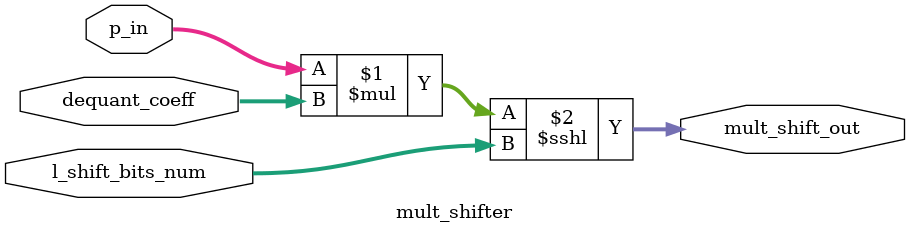
<source format=v>


module transform_inverse_quant
(
	block_type,
	QP,
	counter,
	
	p_in_0,
	p_in_1,
	p_in_2,
	p_in_3,
		
	p_out_0,
	p_out_1,
	p_out_2,
	p_out_3
);	
//----------------------
//ports
//----------------------
input	[5:0]	QP;
input	[2:0]	block_type;
// block_type =	1:  Intra16x16LumaDC
//				2:	Intra16x16LumaAC
//				3:  Luma4x4
//				
//				5:  ChromaDC
//				6:  ChromaAC
//	
input	[1:0] counter;
//inverse quant is performed in rows

input	signed	[15:0]	p_in_0;
input	signed	[15:0]	p_in_1;
input	signed	[15:0]	p_in_2;
input	signed	[15:0]	p_in_3;

output	signed	[15:0]	p_out_0;
output	signed	[15:0]	p_out_1;
output	signed	[15:0]	p_out_2;
output	signed	[15:0]	p_out_3;

//----------------------
//regs
//----------------------
reg 	signed	[15:0]	p_out_0;
reg 	signed	[15:0]	p_out_1;
reg 	signed	[15:0]	p_out_2;
reg 	signed	[15:0]	p_out_3;

reg		[2:0]	qp;
reg		[2:0]	l_shift_bits_num;
reg		[1:0]	r_shift_bits_num;

reg		[4:0]	dequant_coeff_0;
reg		[4:0]	dequant_coeff_1;
reg		[4:0]	dequant_coeff_2;
reg		[4:0]	dequant_coeff_3;



wire odd_col_sel;
assign odd_col_sel = counter[0];

//----------------------
// modules
//----------------------
wire signed [15:0]	mult_shift_out_0;
wire signed [15:0]	mult_shift_out_1;
wire signed [15:0]	mult_shift_out_2;
wire signed [15:0]	mult_shift_out_3;


wire		[4:0]	mult_coeff_0;
wire		[4:0]	mult_coeff_1;
wire		[4:0]	mult_coeff_2;
wire		[4:0]	mult_coeff_3;

assign mult_coeff_0 = dequant_coeff_0;
assign mult_coeff_1 = (block_type == 1 || block_type == 5)? dequant_coeff_0 : dequant_coeff_1;
assign mult_coeff_2 = (block_type == 1 || block_type == 5)? dequant_coeff_0 : dequant_coeff_2;
assign mult_coeff_3 = (block_type == 1 || block_type == 5)? dequant_coeff_0 : dequant_coeff_3;

mult_shifter mult_shifter_0
(
	p_in_0,
	mult_coeff_0,
	l_shift_bits_num,
	mult_shift_out_0
);

mult_shifter mult_shifter_1
(
	p_in_1,
	mult_coeff_1,
	l_shift_bits_num,
	mult_shift_out_1
);

mult_shifter mult_shifter_2
(
	p_in_2,
	mult_coeff_2,
	l_shift_bits_num,
	mult_shift_out_2
);

mult_shifter mult_shifter_3
(
	p_in_3,
	mult_coeff_3,
	l_shift_bits_num,
	mult_shift_out_3
);


//----------------------
// qp
//----------------------
always @ (QP)
case (QP)
	0, 6,12,18,24,30,36,42,48:qp <= 0;
	1, 7,13,19,25,31,37,43,49:qp <= 1;
	2, 8,14,20,26,32,38,44,50:qp <= 2;
	3, 9,15,21,27,33,39,45,51:qp <= 3;
	4,10,16,22,28,34,40,46   :qp <= 4;
	5,11,17,23,29,35,41,47   :qp <= 5;
	default                  :qp <= 'bx;
endcase

always @ (QP)
case (QP)
	18,19,20,21,22,23:	l_shift_bits_num <= 1;
	24,25,26,27,28,29:	l_shift_bits_num <= 2;
	30,31,32,33,34,35:	l_shift_bits_num <= 3;
	36,37,38,39,40,41:	l_shift_bits_num <= 4;
	42,43,44,45,46,47:	l_shift_bits_num <= 5;
	48,49,50,51      :	l_shift_bits_num <= 6;
	default          :	l_shift_bits_num <= 0;	//qbits <= 2
endcase

always @ (QP)
case (QP)
	0, 1, 2, 3, 4, 5 :	r_shift_bits_num <= 2;
	6, 7, 8, 9, 10,11:	r_shift_bits_num <= 1;
	default          :	r_shift_bits_num <= 0;	//qbits >= 2
endcase

//----------------------
//dequant_coef
//----------------------
always @(*)
case (qp)
	0	: begin
		dequant_coeff_0	= (odd_col_sel && block_type != 1 )? 13:10;
		dequant_coeff_1	= odd_col_sel? 16:13;
		dequant_coeff_2	= odd_col_sel? 13:10;
		dequant_coeff_3	= odd_col_sel? 16:13;																													
	end
	1	: begin
		dequant_coeff_0	= (odd_col_sel && block_type != 1 )? 14:11;
		dequant_coeff_1	= odd_col_sel? 18:14;
		dequant_coeff_2	= odd_col_sel? 14:11;
		dequant_coeff_3	= odd_col_sel? 18:14;	
	end
	2	:begin
		dequant_coeff_0	= (odd_col_sel && block_type != 1 )? 16:13;
		dequant_coeff_1	= odd_col_sel? 20:16;
		dequant_coeff_2	= odd_col_sel? 16:13;
		dequant_coeff_3	= odd_col_sel? 20:16;	
	end
	3	:begin
		dequant_coeff_0	= (odd_col_sel && block_type != 1 )? 18:14;
		dequant_coeff_1	= odd_col_sel? 23:18;
		dequant_coeff_2	= odd_col_sel? 18:14;
		dequant_coeff_3	= odd_col_sel? 23:18;	
	end
	4	:begin
		dequant_coeff_0	= (odd_col_sel && block_type != 1 )? 20:16;
		dequant_coeff_1	= odd_col_sel? 25:20;
		dequant_coeff_2	= odd_col_sel? 20:16;
		dequant_coeff_3	= odd_col_sel? 25:20;	
	end
	5	:begin
		dequant_coeff_0	= (odd_col_sel && block_type != 1 )? 23:18;
		dequant_coeff_1	= odd_col_sel? 29:23;
		dequant_coeff_2	= odd_col_sel? 23:18;
		dequant_coeff_3	= odd_col_sel? 29:23;
	end
	default:begin
		dequant_coeff_0	= 'bx;
		dequant_coeff_1	= 'bx;
		dequant_coeff_2	= 'bx;
		dequant_coeff_3	= 'bx;
	end
endcase

//----------------------
//p_out_0
//----------------------
always @(*)
case (block_type)
	1	: begin
		if (r_shift_bits_num == 2)
			p_out_0 <= mult_shift_out_0 >>> 2;
		else if (r_shift_bits_num == 1)
			p_out_0 <= mult_shift_out_0 >>> 1;
		else
			p_out_0 <= mult_shift_out_0;
	end
	3: begin
		if (r_shift_bits_num == 0)
			p_out_0 <= mult_shift_out_0 <<< 2;
		else if (r_shift_bits_num == 1)
			p_out_0 <= mult_shift_out_0 <<< 1;
		else
			p_out_0 <= mult_shift_out_0;
	end
	2,6:begin
		if (counter == 0)
			p_out_0 <= p_in_0;
		else if (r_shift_bits_num == 0)
			p_out_0 <= mult_shift_out_0 <<< 2;
		else if (r_shift_bits_num == 1)
			p_out_0 <= mult_shift_out_0 <<< 1;
		else
			p_out_0 <= mult_shift_out_0;
	end
	5	: begin
		if (r_shift_bits_num == 0)	//qbits >= 2
			p_out_0 <= mult_shift_out_0 <<< 1;
		else if (r_shift_bits_num == 1) //qbits == 1
			p_out_0 <= mult_shift_out_0;
		else	//qbits == 0
			p_out_0 <= mult_shift_out_0 >>> 1;
	end
	default : p_out_0 <= 'b0;
endcase

//----------------------
//p_out_1
//----------------------
always @(*)
case (block_type)
	1	: begin
		if (r_shift_bits_num == 2)
			p_out_1 <= mult_shift_out_1 >>> 2;
		else if (r_shift_bits_num == 1)
			p_out_1 <= mult_shift_out_1 >>> 1;
		else
			p_out_1 <= mult_shift_out_1;
	end
	2,3,6:	begin
		if (r_shift_bits_num == 0)
			p_out_1 <= mult_shift_out_1 <<< 2;
		else if (r_shift_bits_num == 1)
			p_out_1 <= mult_shift_out_1 <<< 1;
		else
			p_out_1 <= mult_shift_out_1;
	end
	5	: begin
		if (r_shift_bits_num == 0)	//qbits >= 2
			p_out_1 <= mult_shift_out_1 <<< 1;
		else if (r_shift_bits_num == 1) //qbits == 1
			p_out_1 <= mult_shift_out_1;
		else	//qbits == 0
			p_out_1 <= mult_shift_out_1 >>> 1;
	end
	default : p_out_1 <= 'b0;
endcase

//----------------------
//p_out_2
//----------------------
always @(*)
case (block_type)
	1	: begin
		if (r_shift_bits_num == 2)
			p_out_2 <= mult_shift_out_2 >>> 2;
		else if (r_shift_bits_num == 1)
			p_out_2 <= mult_shift_out_2 >>> 1;
		else
			p_out_2 <= mult_shift_out_2;
	end
	2,3,6: begin
		if (r_shift_bits_num == 0)
			p_out_2 <= mult_shift_out_2 <<< 2;
		else if (r_shift_bits_num == 1)
			p_out_2 <= mult_shift_out_2 <<< 1;
		else
			p_out_2 <= mult_shift_out_2;
	end
	5	: begin
		if (r_shift_bits_num == 0)	//qbits >= 2
			p_out_2 <= mult_shift_out_2 <<< 1;
		else if (r_shift_bits_num == 1) //qbits == 1
			p_out_2 <= mult_shift_out_2;
		else	//qbits == 0
			p_out_2 <= mult_shift_out_2 >>> 1;
	end
	default : p_out_2 <= 'b0;
endcase

//----------------------
//p_out_3
//----------------------
always @(*)
case (block_type)
	1	: begin
		if (r_shift_bits_num == 2)
			p_out_3 <= mult_shift_out_3 >>> 2;
		else if (r_shift_bits_num == 1)
			p_out_3 <= mult_shift_out_3 >>> 1;
		else
			p_out_3 <= mult_shift_out_3;
	end
	2,3,6:begin
		if (r_shift_bits_num == 0)
			p_out_3 <= mult_shift_out_3 <<< 2;
		else if (r_shift_bits_num == 1)
			p_out_3 <= mult_shift_out_3 <<< 1;
		else
			p_out_3 <= mult_shift_out_3;
	end
	5	: begin
		if (r_shift_bits_num == 0)	//qbits >= 2
			p_out_3 <= mult_shift_out_3 <<< 1;
		else if (r_shift_bits_num == 1) //qbits == 1
			p_out_3 <= mult_shift_out_3;
		else	//qbits == 0
			p_out_3 <= mult_shift_out_3 >>> 1;
	end
	default : p_out_3 <= 'b0;
endcase

endmodule

module mult_shifter
(
	p_in,
	dequant_coeff,
	l_shift_bits_num,
	mult_shift_out
);
input	signed [15:0]	p_in;
input	[4:0]	dequant_coeff;
input 	[2:0]	l_shift_bits_num;
output	signed [15:0]	mult_shift_out;
assign	mult_shift_out = p_in * dequant_coeff <<< l_shift_bits_num;
endmodule



</source>
